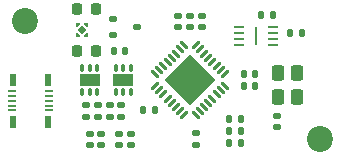
<source format=gbr>
%TF.GenerationSoftware,KiCad,Pcbnew,9.0.2*%
%TF.CreationDate,2025-06-09T11:48:46-05:00*%
%TF.ProjectId,ICEBATS384,49434542-4154-4533-9338-342e6b696361,rev?*%
%TF.SameCoordinates,Original*%
%TF.FileFunction,Soldermask,Top*%
%TF.FilePolarity,Negative*%
%FSLAX46Y46*%
G04 Gerber Fmt 4.6, Leading zero omitted, Abs format (unit mm)*
G04 Created by KiCad (PCBNEW 9.0.2) date 2025-06-09 11:48:46*
%MOMM*%
%LPD*%
G01*
G04 APERTURE LIST*
G04 Aperture macros list*
%AMRoundRect*
0 Rectangle with rounded corners*
0 $1 Rounding radius*
0 $2 $3 $4 $5 $6 $7 $8 $9 X,Y pos of 4 corners*
0 Add a 4 corners polygon primitive as box body*
4,1,4,$2,$3,$4,$5,$6,$7,$8,$9,$2,$3,0*
0 Add four circle primitives for the rounded corners*
1,1,$1+$1,$2,$3*
1,1,$1+$1,$4,$5*
1,1,$1+$1,$6,$7*
1,1,$1+$1,$8,$9*
0 Add four rect primitives between the rounded corners*
20,1,$1+$1,$2,$3,$4,$5,0*
20,1,$1+$1,$4,$5,$6,$7,0*
20,1,$1+$1,$6,$7,$8,$9,0*
20,1,$1+$1,$8,$9,$2,$3,0*%
%AMRotRect*
0 Rectangle, with rotation*
0 The origin of the aperture is its center*
0 $1 length*
0 $2 width*
0 $3 Rotation angle, in degrees counterclockwise*
0 Add horizontal line*
21,1,$1,$2,0,0,$3*%
%AMFreePoly0*
4,1,6,0.130000,0.115000,0.130000,-0.115000,-0.130000,-0.115000,-0.130000,0.275000,-0.020000,0.275000,0.130000,0.115000,0.130000,0.115000,$1*%
%AMFreePoly1*
4,1,6,0.130000,-0.115000,-0.130000,-0.115000,-0.130000,0.115000,0.020000,0.275000,0.130000,0.275000,0.130000,-0.115000,0.130000,-0.115000,$1*%
G04 Aperture macros list end*
%ADD10RoundRect,0.140000X0.170000X-0.140000X0.170000X0.140000X-0.170000X0.140000X-0.170000X-0.140000X0*%
%ADD11RoundRect,0.147500X-0.172500X0.147500X-0.172500X-0.147500X0.172500X-0.147500X0.172500X0.147500X0*%
%ADD12RoundRect,0.075000X0.075000X-0.247500X0.075000X0.247500X-0.075000X0.247500X-0.075000X-0.247500X0*%
%ADD13R,1.700000X1.010000*%
%ADD14RoundRect,0.225000X-0.225000X-0.250000X0.225000X-0.250000X0.225000X0.250000X-0.225000X0.250000X0*%
%ADD15C,2.200000*%
%ADD16RoundRect,0.140000X-0.140000X-0.170000X0.140000X-0.170000X0.140000X0.170000X-0.140000X0.170000X0*%
%ADD17RoundRect,0.062500X-0.387500X-0.062500X0.387500X-0.062500X0.387500X0.062500X-0.387500X0.062500X0*%
%ADD18R,0.200000X1.600000*%
%ADD19RoundRect,0.062500X-0.220971X-0.309359X0.309359X0.220971X0.220971X0.309359X-0.309359X-0.220971X0*%
%ADD20RoundRect,0.062500X0.220971X-0.309359X0.309359X-0.220971X-0.220971X0.309359X-0.309359X0.220971X0*%
%ADD21RotRect,3.100000X3.100000X45.000000*%
%ADD22RoundRect,0.135000X0.135000X0.185000X-0.135000X0.185000X-0.135000X-0.185000X0.135000X-0.185000X0*%
%ADD23RoundRect,0.140000X0.140000X0.170000X-0.140000X0.170000X-0.140000X-0.170000X0.140000X-0.170000X0*%
%ADD24RoundRect,0.140000X-0.170000X0.140000X-0.170000X-0.140000X0.170000X-0.140000X0.170000X0.140000X0*%
%ADD25RoundRect,0.135000X0.185000X-0.135000X0.185000X0.135000X-0.185000X0.135000X-0.185000X-0.135000X0*%
%ADD26RoundRect,0.112500X-0.237500X0.112500X-0.237500X-0.112500X0.237500X-0.112500X0.237500X0.112500X0*%
%ADD27FreePoly0,0.000000*%
%ADD28FreePoly1,0.000000*%
%ADD29FreePoly0,180.000000*%
%ADD30FreePoly1,180.000000*%
%ADD31RotRect,0.520000X0.520000X225.000000*%
%ADD32R,0.700000X0.220000*%
%ADD33R,0.500000X1.000000*%
%ADD34RoundRect,0.250000X0.300000X-0.400000X0.300000X0.400000X-0.300000X0.400000X-0.300000X-0.400000X0*%
G04 APERTURE END LIST*
D10*
%TO.C,C7*%
X41500000Y-35480000D03*
X41500000Y-34520000D03*
%TD*%
D11*
%TO.C,D4*%
X36500000Y-44515000D03*
X36500000Y-45485000D03*
%TD*%
D12*
%TO.C,Q1*%
X32350000Y-41000000D03*
X33000000Y-41000000D03*
X33650000Y-41000000D03*
X33650000Y-38945000D03*
X33000000Y-38945000D03*
X32350000Y-38945000D03*
D13*
X33000000Y-39972500D03*
%TD*%
D14*
%TO.C,C9*%
X31950000Y-34000000D03*
X33500000Y-34000000D03*
%TD*%
D12*
%TO.C,Q2*%
X35200000Y-41000000D03*
X35850000Y-41000000D03*
X36500000Y-41000000D03*
X36500000Y-38945000D03*
X35850000Y-38945000D03*
X35200000Y-38945000D03*
D13*
X35850000Y-39972500D03*
%TD*%
D15*
%TO.C,REF\u002A\u002A*%
X52500000Y-45000000D03*
%TD*%
D16*
%TO.C,C11*%
X35040000Y-37500000D03*
X36000000Y-37500000D03*
%TD*%
D17*
%TO.C,U2*%
X45650000Y-35500000D03*
X45650000Y-36000000D03*
X45650000Y-36500000D03*
X45650000Y-37000000D03*
X48500000Y-37000000D03*
X48500000Y-36500000D03*
X48500000Y-36000000D03*
X48500000Y-35500000D03*
D18*
X47075000Y-36250000D03*
%TD*%
D19*
%TO.C,U1*%
X38538990Y-40486136D03*
X38892544Y-40839689D03*
X39246097Y-41193243D03*
X39599651Y-41546796D03*
X39953204Y-41900349D03*
X40306757Y-42253903D03*
X40660311Y-42607456D03*
X41013864Y-42961010D03*
D20*
X41986136Y-42961010D03*
X42339689Y-42607456D03*
X42693243Y-42253903D03*
X43046796Y-41900349D03*
X43400349Y-41546796D03*
X43753903Y-41193243D03*
X44107456Y-40839689D03*
X44461010Y-40486136D03*
D19*
X44461010Y-39513864D03*
X44107456Y-39160311D03*
X43753903Y-38806757D03*
X43400349Y-38453204D03*
X43046796Y-38099651D03*
X42693243Y-37746097D03*
X42339689Y-37392544D03*
X41986136Y-37038990D03*
D20*
X41013864Y-37038990D03*
X40660311Y-37392544D03*
X40306757Y-37746097D03*
X39953204Y-38099651D03*
X39599651Y-38453204D03*
X39246097Y-38806757D03*
X38892544Y-39160311D03*
X38538990Y-39513864D03*
D21*
X41500000Y-40000000D03*
%TD*%
D22*
%TO.C,R3*%
X45800000Y-44300000D03*
X44780000Y-44300000D03*
%TD*%
%TO.C,R1*%
X45800000Y-43300000D03*
X44780000Y-43300000D03*
%TD*%
D23*
%TO.C,C5*%
X38500000Y-42500000D03*
X37540000Y-42500000D03*
%TD*%
D22*
%TO.C,R4*%
X51010000Y-36000000D03*
X49990000Y-36000000D03*
%TD*%
D11*
%TO.C,D2*%
X34000000Y-44515000D03*
X34000000Y-45485000D03*
%TD*%
D15*
%TO.C,REF\u002A\u002A*%
X27500000Y-35000000D03*
%TD*%
D24*
%TO.C,C4*%
X42000000Y-44500000D03*
X42000000Y-45460000D03*
%TD*%
D23*
%TO.C,C8*%
X48500000Y-34500000D03*
X47540000Y-34500000D03*
%TD*%
D11*
%TO.C,D3*%
X35500000Y-44515000D03*
X35500000Y-45485000D03*
%TD*%
D25*
%TO.C,R6*%
X33686790Y-43153711D03*
X33686790Y-42133711D03*
%TD*%
D16*
%TO.C,C3*%
X46040000Y-39500000D03*
X47000000Y-39500000D03*
%TD*%
D24*
%TO.C,C12*%
X48900000Y-43000000D03*
X48900000Y-43960000D03*
%TD*%
D25*
%TO.C,R5*%
X32686790Y-43153711D03*
X32686790Y-42133711D03*
%TD*%
D11*
%TO.C,D1*%
X33000000Y-44515000D03*
X33000000Y-45485000D03*
%TD*%
D14*
%TO.C,C10*%
X31950000Y-37500000D03*
X33500000Y-37500000D03*
%TD*%
D26*
%TO.C,U3*%
X35000000Y-34850000D03*
X35000000Y-36150000D03*
X37000000Y-35500000D03*
%TD*%
D27*
%TO.C,U4*%
X32039627Y-36240502D03*
D28*
X32689627Y-36240502D03*
D29*
X32689627Y-35270502D03*
D30*
X32039627Y-35270502D03*
D31*
X32364627Y-35755502D03*
%TD*%
D25*
%TO.C,R8*%
X35686790Y-43153711D03*
X35686790Y-42133711D03*
%TD*%
D32*
%TO.C,J1*%
X29549999Y-42550005D03*
X29549999Y-42150003D03*
X29549999Y-41750004D03*
X29549999Y-41350005D03*
X29549999Y-40950003D03*
X26450001Y-42550005D03*
X26450001Y-42150003D03*
X26450001Y-41750004D03*
X26450001Y-41350005D03*
X26450001Y-40950003D03*
D33*
X29500000Y-43500000D03*
X29500000Y-40000008D03*
X26500000Y-43500000D03*
X26500000Y-40000008D03*
%TD*%
D16*
%TO.C,C2*%
X46040000Y-40500000D03*
X47000000Y-40500000D03*
%TD*%
D10*
%TO.C,C1*%
X42500000Y-35480000D03*
X42500000Y-34520000D03*
%TD*%
D25*
%TO.C,R7*%
X34686790Y-43153711D03*
X34686790Y-42133711D03*
%TD*%
D22*
%TO.C,R2*%
X45800000Y-45300000D03*
X44780000Y-45300000D03*
%TD*%
D34*
%TO.C,Y1*%
X50599651Y-41453204D03*
X50599651Y-39353204D03*
X48949651Y-39353204D03*
X48949651Y-41453204D03*
%TD*%
D10*
%TO.C,C6*%
X40500000Y-35480000D03*
X40500000Y-34520000D03*
%TD*%
M02*

</source>
